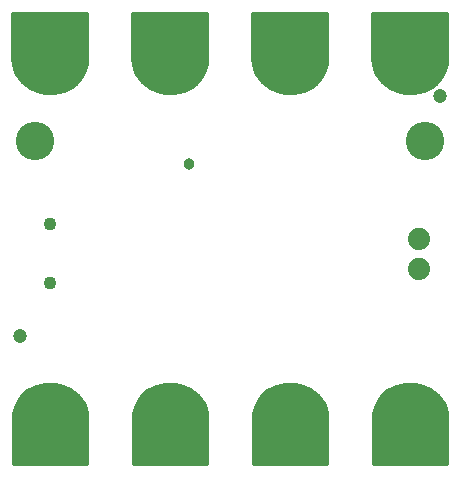
<source format=gbs>
G75*
%MOIN*%
%OFA0B0*%
%FSLAX25Y25*%
%IPPOS*%
%LPD*%
%AMOC8*
5,1,8,0,0,1.08239X$1,22.5*
%
%ADD10C,0.07400*%
%ADD11C,0.20800*%
%ADD12C,0.01000*%
%ADD13C,0.04737*%
%ADD14C,0.04343*%
%ADD15C,0.03800*%
%ADD16C,0.12800*%
D10*
X0216207Y0326400D03*
X0216207Y0336400D03*
D11*
X0213333Y0397400D03*
X0173333Y0397400D03*
X0133333Y0397400D03*
X0093333Y0397400D03*
X0093333Y0275400D03*
X0133333Y0275400D03*
X0173333Y0275400D03*
X0213333Y0275400D03*
D12*
X0081033Y0276200D02*
X0081033Y0261200D01*
X0105833Y0261200D01*
X0105833Y0276600D01*
X0105628Y0278273D01*
X0105186Y0279900D01*
X0104518Y0281448D01*
X0103636Y0282884D01*
X0102558Y0284181D01*
X0101307Y0285311D01*
X0099908Y0286251D01*
X0098389Y0286983D01*
X0096782Y0287491D01*
X0095119Y0287765D01*
X0093433Y0287800D01*
X0091833Y0287846D01*
X0090243Y0287666D01*
X0088694Y0287262D01*
X0087218Y0286643D01*
X0085845Y0285821D01*
X0084601Y0284813D01*
X0083513Y0283640D01*
X0082602Y0282324D01*
X0081886Y0280893D01*
X0081380Y0279374D01*
X0081094Y0277799D01*
X0081033Y0276200D01*
X0081040Y0276378D02*
X0105833Y0276378D01*
X0105833Y0275379D02*
X0081033Y0275379D01*
X0081033Y0274381D02*
X0105833Y0274381D01*
X0105833Y0273382D02*
X0081033Y0273382D01*
X0081033Y0272384D02*
X0105833Y0272384D01*
X0105833Y0271385D02*
X0081033Y0271385D01*
X0081033Y0270387D02*
X0105833Y0270387D01*
X0105833Y0269388D02*
X0081033Y0269388D01*
X0081033Y0268390D02*
X0105833Y0268390D01*
X0105833Y0267391D02*
X0081033Y0267391D01*
X0081033Y0266393D02*
X0105833Y0266393D01*
X0105833Y0265394D02*
X0081033Y0265394D01*
X0081033Y0264396D02*
X0105833Y0264396D01*
X0105833Y0263397D02*
X0081033Y0263397D01*
X0081033Y0262399D02*
X0105833Y0262399D01*
X0105833Y0261400D02*
X0081033Y0261400D01*
X0081078Y0277376D02*
X0105738Y0277376D01*
X0105600Y0278375D02*
X0081198Y0278375D01*
X0081380Y0279373D02*
X0105329Y0279373D01*
X0104983Y0280372D02*
X0081712Y0280372D01*
X0082125Y0281370D02*
X0104551Y0281370D01*
X0103952Y0282369D02*
X0082633Y0282369D01*
X0083324Y0283367D02*
X0103234Y0283367D01*
X0102353Y0284366D02*
X0084186Y0284366D01*
X0085281Y0285364D02*
X0101228Y0285364D01*
X0099677Y0286363D02*
X0086750Y0286363D01*
X0089076Y0287361D02*
X0097193Y0287361D01*
X0121380Y0279374D02*
X0121886Y0280893D01*
X0122602Y0282324D01*
X0123513Y0283640D01*
X0124601Y0284813D01*
X0125845Y0285821D01*
X0127218Y0286643D01*
X0128694Y0287262D01*
X0130243Y0287666D01*
X0131833Y0287846D01*
X0133433Y0287800D01*
X0135119Y0287765D01*
X0136782Y0287491D01*
X0138389Y0286983D01*
X0139908Y0286251D01*
X0141307Y0285311D01*
X0142558Y0284181D01*
X0143636Y0282884D01*
X0144518Y0281448D01*
X0145186Y0279900D01*
X0145628Y0278273D01*
X0145833Y0276600D01*
X0145833Y0261200D01*
X0121033Y0261200D01*
X0121033Y0276200D01*
X0121094Y0277799D01*
X0121380Y0279374D01*
X0121380Y0279373D02*
X0145329Y0279373D01*
X0145600Y0278375D02*
X0121198Y0278375D01*
X0121078Y0277376D02*
X0145738Y0277376D01*
X0145833Y0276378D02*
X0121040Y0276378D01*
X0121033Y0275379D02*
X0145833Y0275379D01*
X0145833Y0274381D02*
X0121033Y0274381D01*
X0121033Y0273382D02*
X0145833Y0273382D01*
X0145833Y0272384D02*
X0121033Y0272384D01*
X0121033Y0271385D02*
X0145833Y0271385D01*
X0145833Y0270387D02*
X0121033Y0270387D01*
X0121033Y0269388D02*
X0145833Y0269388D01*
X0145833Y0268390D02*
X0121033Y0268390D01*
X0121033Y0267391D02*
X0145833Y0267391D01*
X0145833Y0266393D02*
X0121033Y0266393D01*
X0121033Y0265394D02*
X0145833Y0265394D01*
X0145833Y0264396D02*
X0121033Y0264396D01*
X0121033Y0263397D02*
X0145833Y0263397D01*
X0145833Y0262399D02*
X0121033Y0262399D01*
X0121033Y0261400D02*
X0145833Y0261400D01*
X0161033Y0261400D02*
X0185833Y0261400D01*
X0185833Y0261200D02*
X0185833Y0276600D01*
X0185628Y0278273D01*
X0185186Y0279900D01*
X0184518Y0281448D01*
X0183636Y0282884D01*
X0182558Y0284181D01*
X0181307Y0285311D01*
X0179908Y0286251D01*
X0178389Y0286983D01*
X0176782Y0287491D01*
X0175119Y0287765D01*
X0173433Y0287800D01*
X0171833Y0287846D01*
X0170243Y0287666D01*
X0168694Y0287262D01*
X0167218Y0286643D01*
X0165845Y0285821D01*
X0164601Y0284813D01*
X0163513Y0283640D01*
X0162602Y0282324D01*
X0161886Y0280893D01*
X0161380Y0279374D01*
X0161094Y0277799D01*
X0161033Y0276200D01*
X0161033Y0261200D01*
X0185833Y0261200D01*
X0185833Y0262399D02*
X0161033Y0262399D01*
X0161033Y0263397D02*
X0185833Y0263397D01*
X0185833Y0264396D02*
X0161033Y0264396D01*
X0161033Y0265394D02*
X0185833Y0265394D01*
X0185833Y0266393D02*
X0161033Y0266393D01*
X0161033Y0267391D02*
X0185833Y0267391D01*
X0185833Y0268390D02*
X0161033Y0268390D01*
X0161033Y0269388D02*
X0185833Y0269388D01*
X0185833Y0270387D02*
X0161033Y0270387D01*
X0161033Y0271385D02*
X0185833Y0271385D01*
X0185833Y0272384D02*
X0161033Y0272384D01*
X0161033Y0273382D02*
X0185833Y0273382D01*
X0185833Y0274381D02*
X0161033Y0274381D01*
X0161033Y0275379D02*
X0185833Y0275379D01*
X0185833Y0276378D02*
X0161040Y0276378D01*
X0161078Y0277376D02*
X0185738Y0277376D01*
X0185600Y0278375D02*
X0161198Y0278375D01*
X0161380Y0279373D02*
X0185329Y0279373D01*
X0184983Y0280372D02*
X0161712Y0280372D01*
X0162125Y0281370D02*
X0184551Y0281370D01*
X0183952Y0282369D02*
X0162633Y0282369D01*
X0163324Y0283367D02*
X0183234Y0283367D01*
X0182353Y0284366D02*
X0164186Y0284366D01*
X0165281Y0285364D02*
X0181228Y0285364D01*
X0179677Y0286363D02*
X0166750Y0286363D01*
X0169076Y0287361D02*
X0177193Y0287361D01*
X0201380Y0279374D02*
X0201886Y0280893D01*
X0202602Y0282324D01*
X0203513Y0283640D01*
X0204601Y0284813D01*
X0205845Y0285821D01*
X0207218Y0286643D01*
X0208694Y0287262D01*
X0210243Y0287666D01*
X0211833Y0287846D01*
X0213433Y0287800D01*
X0215119Y0287765D01*
X0216782Y0287491D01*
X0218389Y0286983D01*
X0219908Y0286251D01*
X0221307Y0285311D01*
X0222558Y0284181D01*
X0223636Y0282884D01*
X0224518Y0281448D01*
X0225186Y0279900D01*
X0225628Y0278273D01*
X0225833Y0276600D01*
X0225833Y0261200D01*
X0201033Y0261200D01*
X0201033Y0276200D01*
X0201094Y0277799D01*
X0201380Y0279374D01*
X0201380Y0279373D02*
X0225329Y0279373D01*
X0225600Y0278375D02*
X0201198Y0278375D01*
X0201078Y0277376D02*
X0225738Y0277376D01*
X0225833Y0276378D02*
X0201040Y0276378D01*
X0201033Y0275379D02*
X0225833Y0275379D01*
X0225833Y0274381D02*
X0201033Y0274381D01*
X0201033Y0273382D02*
X0225833Y0273382D01*
X0225833Y0272384D02*
X0201033Y0272384D01*
X0201033Y0271385D02*
X0225833Y0271385D01*
X0225833Y0270387D02*
X0201033Y0270387D01*
X0201033Y0269388D02*
X0225833Y0269388D01*
X0225833Y0268390D02*
X0201033Y0268390D01*
X0201033Y0267391D02*
X0225833Y0267391D01*
X0225833Y0266393D02*
X0201033Y0266393D01*
X0201033Y0265394D02*
X0225833Y0265394D01*
X0225833Y0264396D02*
X0201033Y0264396D01*
X0201033Y0263397D02*
X0225833Y0263397D01*
X0225833Y0262399D02*
X0201033Y0262399D01*
X0201033Y0261400D02*
X0225833Y0261400D01*
X0224983Y0280372D02*
X0201712Y0280372D01*
X0202125Y0281370D02*
X0224551Y0281370D01*
X0223952Y0282369D02*
X0202633Y0282369D01*
X0203324Y0283367D02*
X0223234Y0283367D01*
X0222353Y0284366D02*
X0204186Y0284366D01*
X0205281Y0285364D02*
X0221228Y0285364D01*
X0219677Y0286363D02*
X0206750Y0286363D01*
X0209076Y0287361D02*
X0217193Y0287361D01*
X0144983Y0280372D02*
X0121712Y0280372D01*
X0122125Y0281370D02*
X0144551Y0281370D01*
X0143952Y0282369D02*
X0122633Y0282369D01*
X0123324Y0283367D02*
X0143234Y0283367D01*
X0142353Y0284366D02*
X0124186Y0284366D01*
X0125281Y0285364D02*
X0141228Y0285364D01*
X0139677Y0286363D02*
X0126750Y0286363D01*
X0129076Y0287361D02*
X0137193Y0287361D01*
X0134833Y0384954D02*
X0133233Y0385000D01*
X0131548Y0385035D01*
X0129885Y0385309D01*
X0128277Y0385817D01*
X0126759Y0386549D01*
X0125359Y0387489D01*
X0124108Y0388619D01*
X0123031Y0389916D01*
X0122149Y0391352D01*
X0121480Y0392900D01*
X0121039Y0394527D01*
X0120833Y0396200D01*
X0120833Y0411600D01*
X0145633Y0411600D01*
X0145633Y0396600D01*
X0145573Y0395001D01*
X0145287Y0393426D01*
X0144781Y0391907D01*
X0144065Y0390476D01*
X0143153Y0389160D01*
X0142065Y0387987D01*
X0140822Y0386979D01*
X0139448Y0386157D01*
X0137972Y0385538D01*
X0136423Y0385134D01*
X0134833Y0384954D01*
X0136734Y0385215D02*
X0130452Y0385215D01*
X0127454Y0386214D02*
X0139543Y0386214D01*
X0141110Y0387212D02*
X0125771Y0387212D01*
X0124560Y0388211D02*
X0142273Y0388211D01*
X0143188Y0389209D02*
X0123618Y0389209D01*
X0122851Y0390208D02*
X0143879Y0390208D01*
X0144430Y0391206D02*
X0122238Y0391206D01*
X0121781Y0392205D02*
X0144880Y0392205D01*
X0145213Y0393203D02*
X0121398Y0393203D01*
X0121127Y0394202D02*
X0145428Y0394202D01*
X0145580Y0395201D02*
X0120956Y0395201D01*
X0120833Y0396199D02*
X0145618Y0396199D01*
X0145633Y0397198D02*
X0120833Y0397198D01*
X0120833Y0398196D02*
X0145633Y0398196D01*
X0145633Y0399195D02*
X0120833Y0399195D01*
X0120833Y0400193D02*
X0145633Y0400193D01*
X0145633Y0401192D02*
X0120833Y0401192D01*
X0120833Y0402190D02*
X0145633Y0402190D01*
X0145633Y0403189D02*
X0120833Y0403189D01*
X0120833Y0404187D02*
X0145633Y0404187D01*
X0145633Y0405186D02*
X0120833Y0405186D01*
X0120833Y0406184D02*
X0145633Y0406184D01*
X0145633Y0407183D02*
X0120833Y0407183D01*
X0120833Y0408181D02*
X0145633Y0408181D01*
X0145633Y0409180D02*
X0120833Y0409180D01*
X0120833Y0410178D02*
X0145633Y0410178D01*
X0145633Y0411177D02*
X0120833Y0411177D01*
X0105633Y0411177D02*
X0080833Y0411177D01*
X0080833Y0411600D02*
X0080833Y0396200D01*
X0081039Y0394527D01*
X0081480Y0392900D01*
X0082149Y0391352D01*
X0083031Y0389916D01*
X0084108Y0388619D01*
X0085359Y0387489D01*
X0086759Y0386549D01*
X0088277Y0385817D01*
X0089885Y0385309D01*
X0091548Y0385035D01*
X0093233Y0385000D01*
X0094833Y0384954D01*
X0096423Y0385134D01*
X0097972Y0385538D01*
X0099448Y0386157D01*
X0100822Y0386979D01*
X0102065Y0387987D01*
X0103153Y0389160D01*
X0104065Y0390476D01*
X0104781Y0391907D01*
X0105287Y0393426D01*
X0105573Y0395001D01*
X0105633Y0396600D01*
X0105633Y0411600D01*
X0080833Y0411600D01*
X0080833Y0410178D02*
X0105633Y0410178D01*
X0105633Y0409180D02*
X0080833Y0409180D01*
X0080833Y0408181D02*
X0105633Y0408181D01*
X0105633Y0407183D02*
X0080833Y0407183D01*
X0080833Y0406184D02*
X0105633Y0406184D01*
X0105633Y0405186D02*
X0080833Y0405186D01*
X0080833Y0404187D02*
X0105633Y0404187D01*
X0105633Y0403189D02*
X0080833Y0403189D01*
X0080833Y0402190D02*
X0105633Y0402190D01*
X0105633Y0401192D02*
X0080833Y0401192D01*
X0080833Y0400193D02*
X0105633Y0400193D01*
X0105633Y0399195D02*
X0080833Y0399195D01*
X0080833Y0398196D02*
X0105633Y0398196D01*
X0105633Y0397198D02*
X0080833Y0397198D01*
X0080833Y0396199D02*
X0105618Y0396199D01*
X0105580Y0395201D02*
X0080956Y0395201D01*
X0081127Y0394202D02*
X0105428Y0394202D01*
X0105213Y0393203D02*
X0081398Y0393203D01*
X0081781Y0392205D02*
X0104880Y0392205D01*
X0104430Y0391206D02*
X0082238Y0391206D01*
X0082851Y0390208D02*
X0103879Y0390208D01*
X0103188Y0389209D02*
X0083618Y0389209D01*
X0084560Y0388211D02*
X0102273Y0388211D01*
X0101110Y0387212D02*
X0085771Y0387212D01*
X0087454Y0386214D02*
X0099543Y0386214D01*
X0096734Y0385215D02*
X0090452Y0385215D01*
X0161039Y0394527D02*
X0160833Y0396200D01*
X0160833Y0411600D01*
X0185633Y0411600D01*
X0185633Y0396600D01*
X0185573Y0395001D01*
X0185287Y0393426D01*
X0184781Y0391907D01*
X0184065Y0390476D01*
X0183153Y0389160D01*
X0182065Y0387987D01*
X0180822Y0386979D01*
X0179448Y0386157D01*
X0177972Y0385538D01*
X0176423Y0385134D01*
X0174833Y0384954D01*
X0173233Y0385000D01*
X0171548Y0385035D01*
X0169885Y0385309D01*
X0168277Y0385817D01*
X0166759Y0386549D01*
X0165359Y0387489D01*
X0164108Y0388619D01*
X0163031Y0389916D01*
X0162149Y0391352D01*
X0161480Y0392900D01*
X0161039Y0394527D01*
X0161127Y0394202D02*
X0185428Y0394202D01*
X0185580Y0395201D02*
X0160956Y0395201D01*
X0160833Y0396199D02*
X0185618Y0396199D01*
X0185633Y0397198D02*
X0160833Y0397198D01*
X0160833Y0398196D02*
X0185633Y0398196D01*
X0185633Y0399195D02*
X0160833Y0399195D01*
X0160833Y0400193D02*
X0185633Y0400193D01*
X0185633Y0401192D02*
X0160833Y0401192D01*
X0160833Y0402190D02*
X0185633Y0402190D01*
X0185633Y0403189D02*
X0160833Y0403189D01*
X0160833Y0404187D02*
X0185633Y0404187D01*
X0185633Y0405186D02*
X0160833Y0405186D01*
X0160833Y0406184D02*
X0185633Y0406184D01*
X0185633Y0407183D02*
X0160833Y0407183D01*
X0160833Y0408181D02*
X0185633Y0408181D01*
X0185633Y0409180D02*
X0160833Y0409180D01*
X0160833Y0410178D02*
X0185633Y0410178D01*
X0185633Y0411177D02*
X0160833Y0411177D01*
X0161398Y0393203D02*
X0185213Y0393203D01*
X0184880Y0392205D02*
X0161781Y0392205D01*
X0162238Y0391206D02*
X0184430Y0391206D01*
X0183879Y0390208D02*
X0162851Y0390208D01*
X0163618Y0389209D02*
X0183188Y0389209D01*
X0182273Y0388211D02*
X0164560Y0388211D01*
X0165771Y0387212D02*
X0181110Y0387212D01*
X0179543Y0386214D02*
X0167454Y0386214D01*
X0170452Y0385215D02*
X0176734Y0385215D01*
X0201480Y0392900D02*
X0201039Y0394527D01*
X0200833Y0396200D01*
X0200833Y0411600D01*
X0225633Y0411600D01*
X0225633Y0396600D01*
X0225573Y0395001D01*
X0225287Y0393426D01*
X0224781Y0391907D01*
X0224065Y0390476D01*
X0223153Y0389160D01*
X0222065Y0387987D01*
X0220822Y0386979D01*
X0219448Y0386157D01*
X0217972Y0385538D01*
X0216423Y0385134D01*
X0214833Y0384954D01*
X0213233Y0385000D01*
X0211548Y0385035D01*
X0209885Y0385309D01*
X0208277Y0385817D01*
X0206759Y0386549D01*
X0205359Y0387489D01*
X0204108Y0388619D01*
X0203031Y0389916D01*
X0202149Y0391352D01*
X0201480Y0392900D01*
X0201398Y0393203D02*
X0225213Y0393203D01*
X0225428Y0394202D02*
X0201127Y0394202D01*
X0200956Y0395201D02*
X0225580Y0395201D01*
X0225618Y0396199D02*
X0200833Y0396199D01*
X0200833Y0397198D02*
X0225633Y0397198D01*
X0225633Y0398196D02*
X0200833Y0398196D01*
X0200833Y0399195D02*
X0225633Y0399195D01*
X0225633Y0400193D02*
X0200833Y0400193D01*
X0200833Y0401192D02*
X0225633Y0401192D01*
X0225633Y0402190D02*
X0200833Y0402190D01*
X0200833Y0403189D02*
X0225633Y0403189D01*
X0225633Y0404187D02*
X0200833Y0404187D01*
X0200833Y0405186D02*
X0225633Y0405186D01*
X0225633Y0406184D02*
X0200833Y0406184D01*
X0200833Y0407183D02*
X0225633Y0407183D01*
X0225633Y0408181D02*
X0200833Y0408181D01*
X0200833Y0409180D02*
X0225633Y0409180D01*
X0225633Y0410178D02*
X0200833Y0410178D01*
X0200833Y0411177D02*
X0225633Y0411177D01*
X0224880Y0392205D02*
X0201781Y0392205D01*
X0202238Y0391206D02*
X0224430Y0391206D01*
X0223879Y0390208D02*
X0202851Y0390208D01*
X0203618Y0389209D02*
X0223188Y0389209D01*
X0222273Y0388211D02*
X0204560Y0388211D01*
X0205771Y0387212D02*
X0221110Y0387212D01*
X0219543Y0386214D02*
X0207454Y0386214D01*
X0210452Y0385215D02*
X0216734Y0385215D01*
D13*
X0223333Y0383900D03*
X0083333Y0303900D03*
D14*
X0093333Y0321557D03*
X0093333Y0341243D03*
D15*
X0139833Y0361400D03*
D16*
X0088333Y0368900D03*
X0218333Y0368900D03*
M02*

</source>
